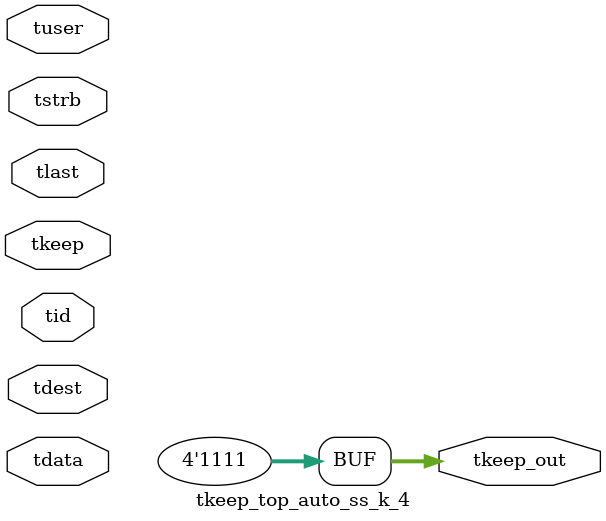
<source format=v>


`timescale 1ps/1ps

module tkeep_top_auto_ss_k_4 #
(
parameter C_S_AXIS_TDATA_WIDTH = 32,
parameter C_S_AXIS_TUSER_WIDTH = 0,
parameter C_S_AXIS_TID_WIDTH   = 0,
parameter C_S_AXIS_TDEST_WIDTH = 0,
parameter C_M_AXIS_TDATA_WIDTH = 32
)
(
input  [(C_S_AXIS_TDATA_WIDTH == 0 ? 1 : C_S_AXIS_TDATA_WIDTH)-1:0     ] tdata,
input  [(C_S_AXIS_TUSER_WIDTH == 0 ? 1 : C_S_AXIS_TUSER_WIDTH)-1:0     ] tuser,
input  [(C_S_AXIS_TID_WIDTH   == 0 ? 1 : C_S_AXIS_TID_WIDTH)-1:0       ] tid,
input  [(C_S_AXIS_TDEST_WIDTH == 0 ? 1 : C_S_AXIS_TDEST_WIDTH)-1:0     ] tdest,
input  [(C_S_AXIS_TDATA_WIDTH/8)-1:0 ] tkeep,
input  [(C_S_AXIS_TDATA_WIDTH/8)-1:0 ] tstrb,
input                                                                    tlast,
output [(C_M_AXIS_TDATA_WIDTH/8)-1:0 ] tkeep_out
);

assign tkeep_out = {4'b1111};

endmodule


</source>
